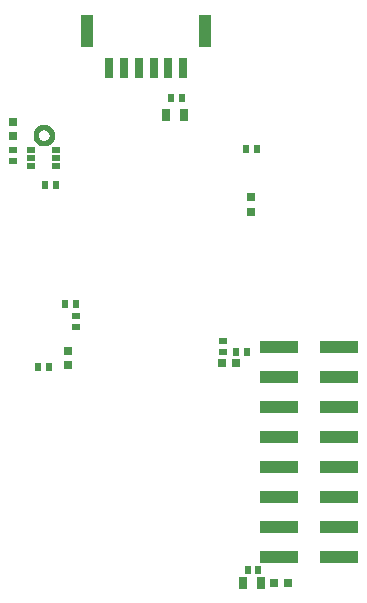
<source format=gbs>
G04 EAGLE Gerber RS-274X export*
G75*
%MOMM*%
%FSLAX34Y34*%
%LPD*%
%INBottom Solder Mask*%
%IPPOS*%
%AMOC8*
5,1,8,0,0,1.08239X$1,22.5*%
G01*
%ADD10R,0.701600X0.801600*%
%ADD11R,0.801600X0.701600*%
%ADD12C,0.450000*%
%ADD13R,0.701600X0.501600*%
%ADD14R,0.751600X0.601600*%
%ADD15R,0.601600X0.751600*%
%ADD16R,3.251600X1.101600*%
%ADD17R,0.701600X1.001600*%
%ADD18R,0.701600X1.801600*%
%ADD19R,1.101600X2.801600*%


D10*
X273723Y376828D03*
X273723Y388828D03*
D11*
X248885Y248457D03*
X260885Y248457D03*
D12*
X91086Y441537D02*
X91088Y441706D01*
X91094Y441876D01*
X91105Y442045D01*
X91119Y442213D01*
X91138Y442382D01*
X91161Y442549D01*
X91188Y442717D01*
X91219Y442883D01*
X91254Y443049D01*
X91293Y443214D01*
X91336Y443377D01*
X91383Y443540D01*
X91434Y443701D01*
X91489Y443862D01*
X91548Y444020D01*
X91611Y444178D01*
X91678Y444333D01*
X91748Y444487D01*
X91823Y444639D01*
X91901Y444790D01*
X91982Y444938D01*
X92068Y445084D01*
X92157Y445228D01*
X92249Y445370D01*
X92345Y445510D01*
X92444Y445647D01*
X92546Y445782D01*
X92652Y445914D01*
X92761Y446044D01*
X92873Y446171D01*
X92989Y446295D01*
X93107Y446416D01*
X93228Y446534D01*
X93352Y446650D01*
X93479Y446762D01*
X93609Y446871D01*
X93741Y446977D01*
X93876Y447079D01*
X94013Y447178D01*
X94153Y447274D01*
X94295Y447366D01*
X94439Y447455D01*
X94585Y447541D01*
X94733Y447622D01*
X94884Y447700D01*
X95036Y447775D01*
X95190Y447845D01*
X95345Y447912D01*
X95503Y447975D01*
X95661Y448034D01*
X95822Y448089D01*
X95983Y448140D01*
X96146Y448187D01*
X96309Y448230D01*
X96474Y448269D01*
X96640Y448304D01*
X96806Y448335D01*
X96974Y448362D01*
X97141Y448385D01*
X97310Y448404D01*
X97478Y448418D01*
X97647Y448429D01*
X97817Y448435D01*
X97986Y448437D01*
X98155Y448435D01*
X98325Y448429D01*
X98494Y448418D01*
X98662Y448404D01*
X98831Y448385D01*
X98998Y448362D01*
X99166Y448335D01*
X99332Y448304D01*
X99498Y448269D01*
X99663Y448230D01*
X99826Y448187D01*
X99989Y448140D01*
X100150Y448089D01*
X100311Y448034D01*
X100469Y447975D01*
X100627Y447912D01*
X100782Y447845D01*
X100936Y447775D01*
X101088Y447700D01*
X101239Y447622D01*
X101387Y447541D01*
X101533Y447455D01*
X101677Y447366D01*
X101819Y447274D01*
X101959Y447178D01*
X102096Y447079D01*
X102231Y446977D01*
X102363Y446871D01*
X102493Y446762D01*
X102620Y446650D01*
X102744Y446534D01*
X102865Y446416D01*
X102983Y446295D01*
X103099Y446171D01*
X103211Y446044D01*
X103320Y445914D01*
X103426Y445782D01*
X103528Y445647D01*
X103627Y445510D01*
X103723Y445370D01*
X103815Y445228D01*
X103904Y445084D01*
X103990Y444938D01*
X104071Y444790D01*
X104149Y444639D01*
X104224Y444487D01*
X104294Y444333D01*
X104361Y444178D01*
X104424Y444020D01*
X104483Y443862D01*
X104538Y443701D01*
X104589Y443540D01*
X104636Y443377D01*
X104679Y443214D01*
X104718Y443049D01*
X104753Y442883D01*
X104784Y442717D01*
X104811Y442549D01*
X104834Y442382D01*
X104853Y442213D01*
X104867Y442045D01*
X104878Y441876D01*
X104884Y441706D01*
X104886Y441537D01*
X104884Y441368D01*
X104878Y441198D01*
X104867Y441029D01*
X104853Y440861D01*
X104834Y440692D01*
X104811Y440525D01*
X104784Y440357D01*
X104753Y440191D01*
X104718Y440025D01*
X104679Y439860D01*
X104636Y439697D01*
X104589Y439534D01*
X104538Y439373D01*
X104483Y439212D01*
X104424Y439054D01*
X104361Y438896D01*
X104294Y438741D01*
X104224Y438587D01*
X104149Y438435D01*
X104071Y438284D01*
X103990Y438136D01*
X103904Y437990D01*
X103815Y437846D01*
X103723Y437704D01*
X103627Y437564D01*
X103528Y437427D01*
X103426Y437292D01*
X103320Y437160D01*
X103211Y437030D01*
X103099Y436903D01*
X102983Y436779D01*
X102865Y436658D01*
X102744Y436540D01*
X102620Y436424D01*
X102493Y436312D01*
X102363Y436203D01*
X102231Y436097D01*
X102096Y435995D01*
X101959Y435896D01*
X101819Y435800D01*
X101677Y435708D01*
X101533Y435619D01*
X101387Y435533D01*
X101239Y435452D01*
X101088Y435374D01*
X100936Y435299D01*
X100782Y435229D01*
X100627Y435162D01*
X100469Y435099D01*
X100311Y435040D01*
X100150Y434985D01*
X99989Y434934D01*
X99826Y434887D01*
X99663Y434844D01*
X99498Y434805D01*
X99332Y434770D01*
X99166Y434739D01*
X98998Y434712D01*
X98831Y434689D01*
X98662Y434670D01*
X98494Y434656D01*
X98325Y434645D01*
X98155Y434639D01*
X97986Y434637D01*
X97817Y434639D01*
X97647Y434645D01*
X97478Y434656D01*
X97310Y434670D01*
X97141Y434689D01*
X96974Y434712D01*
X96806Y434739D01*
X96640Y434770D01*
X96474Y434805D01*
X96309Y434844D01*
X96146Y434887D01*
X95983Y434934D01*
X95822Y434985D01*
X95661Y435040D01*
X95503Y435099D01*
X95345Y435162D01*
X95190Y435229D01*
X95036Y435299D01*
X94884Y435374D01*
X94733Y435452D01*
X94585Y435533D01*
X94439Y435619D01*
X94295Y435708D01*
X94153Y435800D01*
X94013Y435896D01*
X93876Y435995D01*
X93741Y436097D01*
X93609Y436203D01*
X93479Y436312D01*
X93352Y436424D01*
X93228Y436540D01*
X93107Y436658D01*
X92989Y436779D01*
X92873Y436903D01*
X92761Y437030D01*
X92652Y437160D01*
X92546Y437292D01*
X92444Y437427D01*
X92345Y437564D01*
X92249Y437704D01*
X92157Y437846D01*
X92068Y437990D01*
X91982Y438136D01*
X91901Y438284D01*
X91823Y438435D01*
X91748Y438587D01*
X91678Y438741D01*
X91611Y438896D01*
X91548Y439054D01*
X91489Y439212D01*
X91434Y439373D01*
X91383Y439534D01*
X91336Y439697D01*
X91293Y439860D01*
X91254Y440025D01*
X91219Y440191D01*
X91188Y440357D01*
X91161Y440525D01*
X91138Y440692D01*
X91119Y440861D01*
X91105Y441029D01*
X91094Y441198D01*
X91088Y441368D01*
X91086Y441537D01*
D13*
X87191Y415820D03*
X87191Y422297D03*
X87191Y428774D03*
X108781Y415820D03*
X108781Y422297D03*
X108781Y428774D03*
D10*
X72331Y452670D03*
X72331Y440670D03*
D14*
X72138Y419622D03*
X72138Y428622D03*
D15*
X278628Y430045D03*
X269628Y430045D03*
X269934Y258010D03*
X260934Y258010D03*
D14*
X250131Y267048D03*
X250131Y258048D03*
D15*
X99308Y399577D03*
X108308Y399577D03*
D16*
X348150Y262400D03*
X297350Y262400D03*
X348150Y237000D03*
X297350Y237000D03*
X348150Y211600D03*
X297350Y211600D03*
X348150Y186200D03*
X297350Y186200D03*
X348150Y160800D03*
X297350Y160800D03*
X348150Y135400D03*
X297350Y135400D03*
X348150Y110000D03*
X297350Y110000D03*
X348150Y84600D03*
X297350Y84600D03*
D11*
X304703Y62744D03*
X292703Y62744D03*
D17*
X201578Y459005D03*
X216578Y459005D03*
D15*
X205661Y473210D03*
X214661Y473210D03*
D18*
X191087Y498673D03*
X203587Y498673D03*
X216087Y498673D03*
X178587Y498673D03*
X166087Y498673D03*
X153587Y498673D03*
D19*
X234837Y529923D03*
X134837Y529923D03*
D15*
X270639Y73371D03*
X279639Y73371D03*
D17*
X266857Y62647D03*
X281857Y62647D03*
D15*
X124921Y298838D03*
X115921Y298838D03*
D10*
X118864Y258704D03*
X118864Y246704D03*
D14*
X125162Y288425D03*
X125162Y279425D03*
D15*
X93207Y245705D03*
X102207Y245705D03*
M02*

</source>
